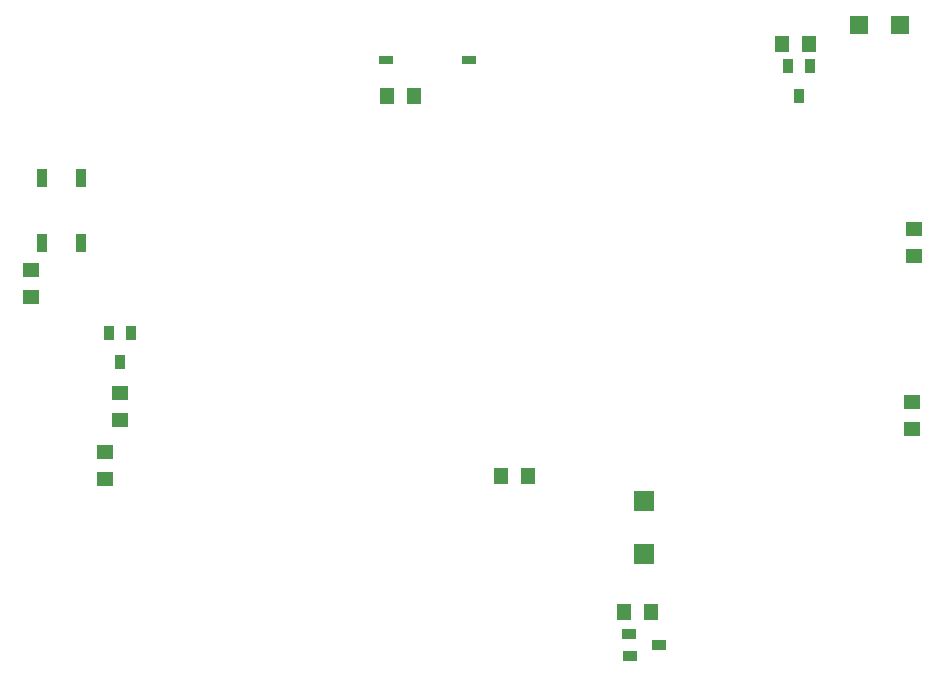
<source format=gtp>
G04 Layer_Color=8421504*
%FSTAX24Y24*%
%MOIN*%
G70*
G01*
G75*
%ADD10R,0.0472X0.0315*%
%ADD11R,0.0600X0.0600*%
%ADD12R,0.0335X0.0472*%
%ADD13R,0.0500X0.0550*%
%ADD14R,0.0550X0.0500*%
%ADD15R,0.0472X0.0335*%
%ADD16R,0.0700X0.0700*%
%ADD17R,0.0354X0.0591*%
D10*
X049658Y04249D02*
D03*
X046902D02*
D03*
D11*
X064015Y043661D02*
D03*
X062665D02*
D03*
D12*
X03802Y032418D02*
D03*
X03765Y0334D02*
D03*
X038394Y033402D02*
D03*
X060646Y041301D02*
D03*
X060276Y042283D02*
D03*
X06102Y042286D02*
D03*
D13*
X046925Y041291D02*
D03*
X047825D02*
D03*
X061001Y043032D02*
D03*
X060101D02*
D03*
X055726Y024094D02*
D03*
X054826D02*
D03*
X051625Y028611D02*
D03*
X050725D02*
D03*
D14*
X064409Y03108D02*
D03*
Y03018D02*
D03*
X064488Y035967D02*
D03*
Y036867D02*
D03*
X03753Y02853D02*
D03*
Y02943D02*
D03*
X038025Y030501D02*
D03*
Y031401D02*
D03*
X03505Y03549D02*
D03*
Y03459D02*
D03*
D15*
X055992Y023D02*
D03*
X05501Y02263D02*
D03*
X055008Y023374D02*
D03*
D16*
X05548Y0278D02*
D03*
Y026028D02*
D03*
D17*
X036732Y038543D02*
D03*
X035433D02*
D03*
X036732Y036378D02*
D03*
X035433D02*
D03*
M02*

</source>
